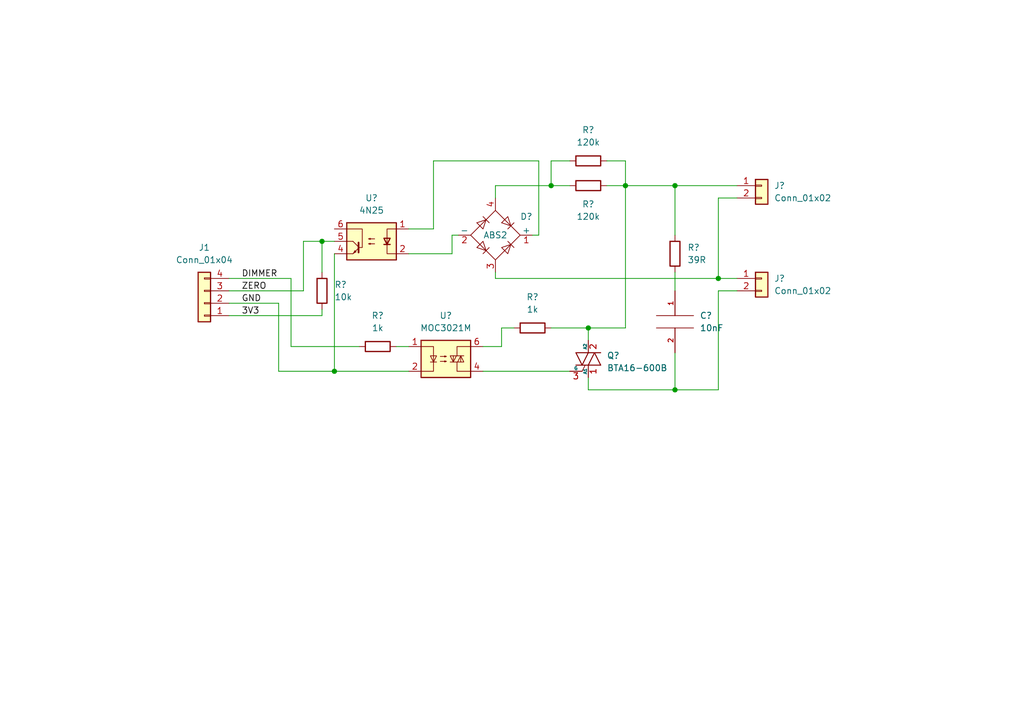
<source format=kicad_sch>
(kicad_sch (version 20211123) (generator eeschema)
  (paper "A5")
  (lib_symbols
    (symbol "Connector_Generic:Conn_01x02" (pin_names (offset 1.016) hide)
      (property "Reference" "J" (at 0 2.54 0))
      (property "Value" "Conn_01x02" (at 0 -5.08 0))
      (symbol "Conn_01x02_1_1"
        (rectangle (start -1.27 -2.413) (end 0 -2.667) (stroke (width 0.1524)))
        (rectangle (start -1.27 0.127) (end 0 -0.127) (stroke (width 0.1524)))
        (rectangle (start -1.27 1.27) (end 1.27 -3.81) (stroke (width 0.254)) (fill (type background)))
        (pin passive line (at -5.08 0 0) (length 3.81) (name "Pin_1") (number "1"))
        (pin passive line (at -5.08 -2.54 0) (length 3.81) (name "Pin_2") (number "2"))
      )
    )
    (symbol "Connector_Generic:Conn_01x04" (pin_names (offset 1.016) hide)
      (property "Reference" "J" (at 0 5.08 0))
      (property "Value" "Conn_01x04" (at 0 -7.62 0))
      (symbol "Conn_01x04_1_1"
        (rectangle (start -1.27 -4.953) (end 0 -5.207) (stroke (width 0.1524)))
        (rectangle (start -1.27 -2.413) (end 0 -2.667) (stroke (width 0.1524)))
        (rectangle (start -1.27 0.127) (end 0 -0.127) (stroke (width 0.1524)))
        (rectangle (start -1.27 2.667) (end 0 2.413) (stroke (width 0.1524)))
        (rectangle (start -1.27 3.81) (end 1.27 -6.35) (stroke (width 0.254)) (fill (type background)))
        (pin passive line (at -5.08 2.54 0) (length 3.81) (name "Pin_1") (number "1"))
        (pin passive line (at -5.08 0 0) (length 3.81) (name "Pin_2") (number "2"))
        (pin passive line (at -5.08 -2.54 0) (length 3.81) (name "Pin_3") (number "3"))
        (pin passive line (at -5.08 -5.08 0) (length 3.81) (name "Pin_4") (number "4"))
      )
    )
    (symbol "Device:R" (pin_numbers hide) (pin_names (offset 0))
      (property "Reference" "R" (at 2.032 0 90))
      (property "Value" "R" (at 0 0 90))
      (symbol "R_0_1"
        (rectangle (start -1.016 -2.54) (end 1.016 2.54) (stroke (width 0.254)))
      )
      (symbol "R_1_1"
        (pin passive line (at 0 3.81 270) (length 1.27) (name "~") (number "1"))
        (pin passive line (at 0 -3.81 90) (length 1.27) (name "~") (number "2"))
      )
    )
    (symbol "Diode_Bridge:ABS2" (pin_names (offset 0))
      (property "Reference" "D" (at 2.54 6.985 0))
      (property "Value" "ABS2" (at 2.54 5.08 0))
      (symbol "ABS2_0_1"
        (polyline (pts (xy -2.54 3.81) (xy -1.27 2.54)))
        (polyline (pts (xy -1.27 -2.54) (xy -2.54 -3.81)))
        (polyline (pts (xy 2.54 -1.27) (xy 3.81 -2.54)))
        (polyline (pts (xy 2.54 1.27) (xy 3.81 2.54)))
        (polyline (pts (xy -3.81 2.54) (xy -2.54 1.27) (xy -1.905 3.175) (xy -3.81 2.54)))
        (polyline (pts (xy -2.54 -1.27) (xy -3.81 -2.54) (xy -1.905 -3.175) (xy -2.54 -1.27)))
        (polyline (pts (xy 1.27 2.54) (xy 2.54 3.81) (xy 3.175 1.905) (xy 1.27 2.54)))
        (polyline (pts (xy 3.175 -1.905) (xy 1.27 -2.54) (xy 2.54 -3.81) (xy 3.175 -1.905)))
        (polyline (pts (xy -5.08 0) (xy 0 -5.08) (xy 5.08 0) (xy 0 5.08) (xy -5.08 0)))
      )
      (symbol "ABS2_1_1"
        (pin passive line (at 7.62 0 180) (length 2.54) (name "+") (number "1"))
        (pin passive line (at -7.62 0 0) (length 2.54) (name "-") (number "2"))
        (pin passive line (at 0 -7.62 90) (length 2.54) (name "~") (number "3"))
        (pin passive line (at 0 7.62 270) (length 2.54) (name "~") (number "4"))
      )
    )
    (symbol "Isolator:4N25" (pin_names (offset 1.016))
      (property "Reference" "U" (at -5.08 5.08 0))
      (property "Value" "4N25" (at 0 5.08 0))
      (symbol "4N25_0_1"
        (rectangle (start -5.08 3.81) (end 5.08 -3.81) (stroke (width 0.254)) (fill (type background)))
        (polyline (pts (xy -3.81 -0.635) (xy -2.54 -0.635)) (stroke (width 0.254)))
        (polyline (pts (xy 2.667 -1.397) (xy 3.81 -2.54)))
        (polyline (pts (xy 2.667 -1.143) (xy 3.81 0)))
        (polyline (pts (xy 3.81 -2.54) (xy 5.08 -2.54)))
        (polyline (pts (xy 3.81 0) (xy 5.08 0)))
        (polyline (pts (xy 2.667 -0.254) (xy 2.667 -2.286) (xy 2.667 -2.286)) (stroke (width 0.3556)))
        (polyline (pts (xy -5.08 -2.54) (xy -3.175 -2.54) (xy -3.175 2.54) (xy -5.08 2.54)))
        (polyline (pts (xy -3.175 -0.635) (xy -3.81 0.635) (xy -2.54 0.635) (xy -3.175 -0.635)) (stroke (width 0.254)))
        (polyline (pts (xy 3.683 -2.413) (xy 3.429 -1.905) (xy 3.175 -2.159) (xy 3.683 -2.413)))
        (polyline (pts (xy 5.08 2.54) (xy 1.905 2.54) (xy 1.905 -1.27) (xy 2.54 -1.27)))
        (polyline (pts (xy -0.635 -0.508) (xy 0.635 -0.508) (xy 0.254 -0.635) (xy 0.254 -0.381) (xy 0.635 -0.508)))
        (polyline (pts (xy -0.635 0.508) (xy 0.635 0.508) (xy 0.254 0.381) (xy 0.254 0.635) (xy 0.635 0.508)))
      )
      (symbol "4N25_1_1"
        (pin passive line (at -7.62 2.54 0) (length 2.54) (name "~") (number "1"))
        (pin passive line (at -7.62 -2.54 0) (length 2.54) (name "~") (number "2"))
        (pin no_connect line (at -5.08 0 0) (length 2.54) hide (name "NC") (number "3"))
        (pin passive line (at 7.62 -2.54 180) (length 2.54) (name "~") (number "4"))
        (pin passive line (at 7.62 0 180) (length 2.54) (name "~") (number "5"))
        (pin passive line (at 7.62 2.54 180) (length 2.54) (name "~") (number "6"))
      )
    )
    (symbol "Relay_SolidState:MOC3021M"
      (property "Reference" "U" (at -5.334 4.826 0))
      (property "Value" "MOC3021M" (at 0 5.08 0))
      (symbol "MOC3021M_0_1"
        (rectangle (start -5.08 3.81) (end 5.08 -3.81) (stroke (width 0.254)) (fill (type background)))
        (polyline (pts (xy -3.175 -0.635) (xy -1.905 -0.635)))
        (polyline (pts (xy 1.524 -0.635) (xy 1.524 0.635)))
        (polyline (pts (xy 3.048 0.635) (xy 3.048 -0.635)))
        (polyline (pts (xy 2.286 -0.635) (xy 2.286 -2.54) (xy 5.08 -2.54)))
        (polyline (pts (xy 2.286 0.635) (xy 2.286 2.54) (xy 5.08 2.54)))
        (polyline (pts (xy -5.08 2.54) (xy -2.54 2.54) (xy -2.54 -2.54) (xy -5.08 -2.54)))
        (polyline (pts (xy -2.54 -0.635) (xy -3.175 0.635) (xy -1.905 0.635) (xy -2.54 -0.635)))
        (polyline (pts (xy 0.889 -0.635) (xy 3.683 -0.635) (xy 3.048 0.635) (xy 2.413 -0.635)))
        (polyline (pts (xy 3.683 0.635) (xy 0.889 0.635) (xy 1.524 -0.635) (xy 2.159 0.635)))
        (polyline (pts (xy -1.143 -0.508) (xy 0.127 -0.508) (xy -0.254 -0.635) (xy -0.254 -0.381) (xy 0.127 -0.508)))
        (polyline (pts (xy -1.143 0.508) (xy 0.127 0.508) (xy -0.254 0.381) (xy -0.254 0.635) (xy 0.127 0.508)))
      )
      (symbol "MOC3021M_1_1"
        (pin passive line (at -7.62 2.54 0) (length 2.54) (name "~") (number "1"))
        (pin passive line (at -7.62 -2.54 0) (length 2.54) (name "~") (number "2"))
        (pin no_connect line (at -5.08 0 0) (length 2.54) hide (name "NC") (number "3"))
        (pin passive line (at 7.62 -2.54 180) (length 2.54) (name "~") (number "4"))
        (pin no_connect line (at 5.08 0 180) (length 2.54) hide (name "NC") (number "5"))
        (pin passive line (at 7.62 2.54 180) (length 2.54) (name "~") (number "6"))
      )
    )
    (symbol "Triac_Thyristor:BTA16-600B" (pin_names (offset 0))
      (property "Reference" "Q" (at 5.08 1.905 0))
      (property "Value" "BTA16-600B" (at 5.08 0 0))
      (symbol "BTA16-600B_0_1"
        (polyline (pts (xy -2.54 -1.27) (xy 2.54 -1.27)) (stroke (width 0.2032)))
        (polyline (pts (xy -2.54 1.27) (xy 2.54 1.27)) (stroke (width 0.2032)))
        (polyline (pts (xy -1.27 -2.54) (xy -0.635 -1.27)))
        (polyline (pts (xy -2.54 1.27) (xy -1.27 -1.27) (xy 0 1.27)) (stroke (width 0.2032)))
        (polyline (pts (xy 0 -1.27) (xy 1.27 1.27) (xy 2.54 -1.27)) (stroke (width 0.2032)))
      )
      (symbol "BTA16-600B_1_1"
        (pin passive line (at 0 -3.81 90) (length 2.54) (name "A1") (number "1"))
        (pin passive line (at 0 3.81 270) (length 2.54) (name "A2") (number "2"))
        (pin input line (at -3.81 -2.54 0) (length 2.54) (name "G") (number "3"))
      )
    )
    (symbol "pspice:CAP" (pin_names (offset 0.254))
      (property "Reference" "C" (at 2.54 3.81 90))
      (property "Value" "CAP" (at 2.54 -3.81 90))
      (symbol "CAP_0_1"
        (polyline (pts (xy -3.81 -1.27) (xy 3.81 -1.27)))
        (polyline (pts (xy -3.81 1.27) (xy 3.81 1.27)))
      )
      (symbol "CAP_1_1"
        (pin passive line (at 0 6.35 270) (length 5.08) (name "~") (number "1"))
        (pin passive line (at 0 -6.35 90) (length 5.08) (name "~") (number "2"))
      )
    )
  )
  (junction (at 128.27 38.1))
  (junction (at 138.43 38.1))
  (junction (at 113.03 38.1))
  (junction (at 66.04 49.53))
  (junction (at 120.65 67.31))
  (junction (at 147.32 57.15))
  (junction (at 138.43 80.01))
  (junction (at 68.58 76.2))
  (wire (pts (xy 73.66 71.12) (xy 59.69 71.12)))
  (wire (pts (xy 46.99 62.23) (xy 57.15 62.23)))
  (wire (pts (xy 128.27 38.1) (xy 124.46 38.1)))
  (wire (pts (xy 113.03 33.02) (xy 113.03 38.1)))
  (wire (pts (xy 120.65 67.31) (xy 120.65 69.85)))
  (wire (pts (xy 46.99 57.15) (xy 59.69 57.15)))
  (wire (pts (xy 138.43 55.88) (xy 138.43 59.69)))
  (wire (pts (xy 68.58 76.2) (xy 83.82 76.2)))
  (wire (pts (xy 81.28 71.12) (xy 83.82 71.12)))
  (wire (pts (xy 83.82 46.99) (xy 88.9 46.99)))
  (wire (pts (xy 151.13 40.64) (xy 147.32 40.64)))
  (wire (pts (xy 46.99 59.69) (xy 62.23 59.69)))
  (wire (pts (xy 101.6 57.15) (xy 147.32 57.15)))
  (wire (pts (xy 147.32 40.64) (xy 147.32 57.15)))
  (wire (pts (xy 62.23 49.53) (xy 66.04 49.53)))
  (wire (pts (xy 66.04 49.53) (xy 66.04 55.88)))
  (wire (pts (xy 92.71 48.26) (xy 92.71 52.07)))
  (wire (pts (xy 147.32 59.69) (xy 147.32 80.01)))
  (wire (pts (xy 138.43 72.39) (xy 138.43 80.01)))
  (wire (pts (xy 99.06 76.2) (xy 116.84 76.2)))
  (wire (pts (xy 147.32 59.69) (xy 151.13 59.69)))
  (wire (pts (xy 147.32 57.15) (xy 151.13 57.15)))
  (wire (pts (xy 113.03 67.31) (xy 120.65 67.31)))
  (wire (pts (xy 88.9 33.02) (xy 88.9 46.99)))
  (wire (pts (xy 99.06 71.12) (xy 102.87 71.12)))
  (wire (pts (xy 110.49 48.26) (xy 110.49 33.02)))
  (wire (pts (xy 101.6 55.88) (xy 101.6 57.15)))
  (wire (pts (xy 102.87 71.12) (xy 102.87 67.31)))
  (wire (pts (xy 147.32 80.01) (xy 138.43 80.01)))
  (wire (pts (xy 109.22 48.26) (xy 110.49 48.26)))
  (wire (pts (xy 57.15 76.2) (xy 68.58 76.2)))
  (wire (pts (xy 113.03 38.1) (xy 116.84 38.1)))
  (wire (pts (xy 46.99 64.77) (xy 66.04 64.77)))
  (wire (pts (xy 59.69 71.12) (xy 59.69 57.15)))
  (wire (pts (xy 92.71 52.07) (xy 83.82 52.07)))
  (wire (pts (xy 120.65 80.01) (xy 120.65 77.47)))
  (wire (pts (xy 101.6 38.1) (xy 113.03 38.1)))
  (wire (pts (xy 128.27 38.1) (xy 128.27 67.31)))
  (wire (pts (xy 138.43 38.1) (xy 138.43 48.26)))
  (wire (pts (xy 62.23 59.69) (xy 62.23 49.53)))
  (wire (pts (xy 138.43 80.01) (xy 120.65 80.01)))
  (wire (pts (xy 102.87 67.31) (xy 105.41 67.31)))
  (wire (pts (xy 68.58 52.07) (xy 68.58 76.2)))
  (wire (pts (xy 116.84 33.02) (xy 113.03 33.02)))
  (wire (pts (xy 93.98 48.26) (xy 92.71 48.26)))
  (wire (pts (xy 101.6 40.64) (xy 101.6 38.1)))
  (wire (pts (xy 128.27 67.31) (xy 120.65 67.31)))
  (wire (pts (xy 138.43 38.1) (xy 128.27 38.1)))
  (wire (pts (xy 66.04 64.77) (xy 66.04 63.5)))
  (wire (pts (xy 57.15 62.23) (xy 57.15 76.2)))
  (wire (pts (xy 124.46 33.02) (xy 128.27 33.02)))
  (wire (pts (xy 128.27 33.02) (xy 128.27 38.1)))
  (wire (pts (xy 151.13 38.1) (xy 138.43 38.1)))
  (wire (pts (xy 110.49 33.02) (xy 88.9 33.02)))
  (wire (pts (xy 66.04 49.53) (xy 68.58 49.53)))
  (label "ZERO" (at 49.53 59.69 0))
  (label "GND" (at 49.53 62.23 0))
  (label "3V3" (at 49.53 64.77 0))
  (label "DIMMER" (at 49.53 57.15 0))
  (symbol (lib_id "Device:R") (at 120.65 33.02 90) (unit 1)
    (property "Reference" "R?" (at 120.65 26.67 90))
    (property "Value" "120k" (at 120.65 29.21 90))
  )
  (symbol (lib_id "Device:R") (at 120.65 38.1 90) (unit 1)
    (property "Reference" "R?" (at 120.65 41.91 90))
    (property "Value" "120k" (at 120.65 44.45 90))
  )
  (symbol (lib_id "Connector_Generic:Conn_01x02") (at 156.21 57.15 0) (unit 1)
    (property "Reference" "J?" (at 158.75 57.1499 0) (effects (justify left)))
    (property "Value" "Conn_01x02" (at 158.75 59.6899 0) (effects (justify left)))
  )
  (symbol (lib_id "Device:R") (at 66.04 59.69 0) (unit 1)
    (property "Reference" "R?" (at 68.58 58.4199 0) (effects (justify left)))
    (property "Value" "10k" (at 68.58 60.9599 0) (effects (justify left)))
  )
  (symbol (lib_id "Diode_Bridge:ABS2") (at 101.6 48.26 0) (unit 1)
    (property "Reference" "D?" (at 107.95 44.45 0))
    (property "Value" "ABS2" (at 101.6 48.26 0))
    (property "Footprint" "Diode_SMD:Diode_Bridge_Diotec_ABS" (effects hide))
    (property "Datasheet" "https://diotec.com/tl_files/diotec/files/pdf/datasheets/abs2.pdf" (effects hide))
  )
  (symbol (lib_id "Isolator:4N25") (at 76.2 49.53 0) (mirror y) (unit 1)
    (property "Reference" "U?" (at 76.2 40.64 0))
    (property "Value" "4N25" (at 76.2 43.18 0))
    (property "Footprint" "Package_DIP:DIP-6_W7.62mm" (effects hide))
    (property "Datasheet" "https://www.vishay.com/docs/83725/4n25.pdf" (effects hide))
  )
  (symbol (lib_id "Device:R") (at 109.22 67.31 90) (unit 1)
    (property "Reference" "R?" (at 109.22 60.96 90))
    (property "Value" "1k" (at 109.22 63.5 90))
  )
  (symbol (lib_id "pspice:CAP") (at 138.43 66.04 0) (unit 1)
    (property "Reference" "C?" (at 143.51 64.7699 0) (effects (justify left)))
    (property "Value" "10nF" (at 143.51 67.3099 0) (effects (justify left)))
  )
  (symbol (lib_id "Connector_Generic:Conn_01x04") (at 41.91 62.23 180) (unit 1)
    (property "Reference" "J1" (at 41.91 50.8 0))
    (property "Value" "Conn_01x04" (at 41.91 53.34 0))
  )
  (symbol (lib_id "Connector_Generic:Conn_01x02") (at 156.21 38.1 0) (unit 1)
    (property "Reference" "J?" (at 158.75 38.0999 0) (effects (justify left)))
    (property "Value" "Conn_01x02" (at 158.75 40.6399 0) (effects (justify left)))
  )
  (symbol (lib_id "Relay_SolidState:MOC3021M") (at 91.44 73.66 0) (unit 1)
    (property "Reference" "U?" (at 91.44 64.77 0))
    (property "Value" "MOC3021M" (at 91.44 67.31 0))
    (property "Datasheet" "https://www.onsemi.com/pub/Collateral/MOC3023M-D.PDF" (effects hide))
  )
  (symbol (lib_id "Device:R") (at 77.47 71.12 90) (unit 1)
    (property "Reference" "R?" (at 77.47 64.77 90))
    (property "Value" "1k" (at 77.47 67.31 90))
  )
  (symbol (lib_id "Triac_Thyristor:BTA16-600B") (at 120.65 73.66 0) (unit 1)
    (property "Reference" "Q?" (at 124.46 72.9741 0) (effects (justify left)))
    (property "Value" "BTA16-600B" (at 124.46 75.5141 0) (effects (justify left)))
    (property "Footprint" "Package_TO_SOT_THT:TO-220-3_Vertical" (effects hide))
    (property "Datasheet" "https://www.st.com/resource/en/datasheet/bta16.pdf" (effects hide))
  )
  (symbol (lib_id "Device:R") (at 138.43 52.07 180) (unit 1)
    (property "Reference" "R?" (at 140.97 50.7999 0) (effects (justify right)))
    (property "Value" "39R" (at 140.97 53.3399 0) (effects (justify right)))
  )
)
</source>
